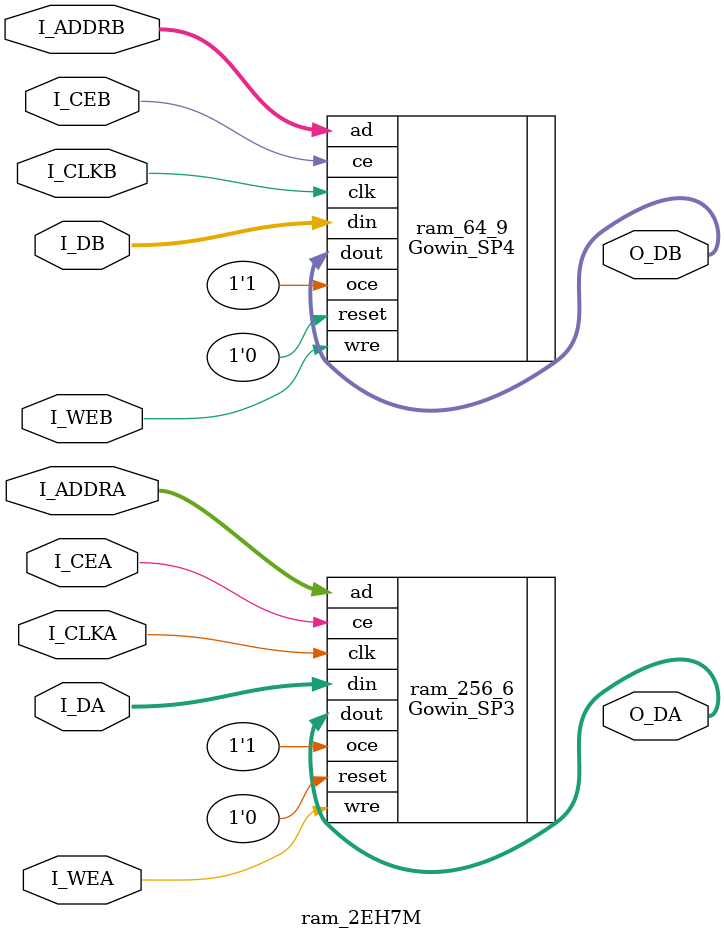
<source format=v>

module  ram_1024_8_8
(
	input  I_CLKA,I_CLKB,
	input  [9:0]I_ADDRA,I_ADDRB,
	input  [7:0]I_DA,I_DB,
	input  I_CEA,I_CEB,
	input  I_WEA,I_WEB,
	output [7:0]O_DA,O_DB
);

wire   [7:0]W_DOA,W_DOB;
assign O_DA = I_CEA ? W_DOA : 8'h00;
assign O_DB = I_CEB ? W_DOB : 8'h00;

//dpram #(10,8) ram_1024_8_8
//(
//	.clock_a(I_CLKA),
//	.address_a(I_ADDRA),
//	.data_a(I_DA),
//	.enable_a(I_CEA),	
//	.wren_a(I_WEA),
//	.q_a(W_DOA),

//	.clock_b(I_CLKB),
//	.address_b(I_ADDRB),
//	.data_b(I_DB),
//	.enable_b(I_CEB),
//	.wren_b(I_WEB),
//	.q_b(W_DOB)
//);

    Gowin_DPB1 ram_1024_8_8(
        .douta(W_DOA), //output [7:0] douta
        .doutb(W_DOB), //output [7:0] doutb
        .clka(I_CLKA), //input clka
        .ocea(1'b1), //input ocea
        .cea(I_CEA), //input cea
        .reseta(1'b0), //input reseta
        .wrea(I_WEA), //input wrea
        .clkb(I_CLKB), //input clkb
        .oceb(1'b1), //input oceb
        .ceb(I_CEB), //input ceb
        .resetb(1'b0), //input resetb
        .wreb(I_WEB), //input wreb
        .ada(I_ADDRA), //input [9:0] ada
        .dina(I_DA), //input [7:0] dina
        .adb(I_ADDRB), //input [9:0] adb
        .dinb(I_DB) //input [7:0] dinb
    );

endmodule

/////////////////////////////////////////////////////////////////////

module  ram_1024_8
(
	input  I_CLK,
	input  [9:0]I_ADDR,
	input  [7:0]I_D,
	input  I_CE,
	input  I_WE,
	output [7:0]O_D
);

wire   [7:0]W_DO;
assign O_D = I_CE ? W_DO : 8'h00;

//dpram #(10,8) ram_1024_8
//(
//	.clock_a(I_CLK),
//	.address_a(I_ADDR),
//	.data_a(I_D),
//	.wren_a(I_WE),
//	.enable_a(I_CE),
//	.q_a(W_DO),

//	.clock_b(I_CLK)
//);

    Gowin_SP2 ram_1024_8(
        .dout(W_DO), //output [7:0] dout
        .clk(I_CLK), //input clk
        .oce(1'b1), //input oce
        .ce(I_CE), //input ce
        .reset(1'b0), //input reset
        .wre(I_WE), //input wre
        .ad(I_ADDR), //input [9:0] ad
        .din(I_D) //input [7:0] din
    );

endmodule

/////////////////////////////////////////////////////////////////////

module  ram_2N
(
	input  I_CLK,
	input  [7:0]I_ADDR,
	input  [3:0]I_D,
	input  I_CE,
	input  I_WE,
	output [3:0]O_D
);

//dpram #(8,4) ram_256_4
//(
//	.clock_a(I_CLK),
//	.address_a(I_ADDR),
//	.data_a(I_D),
//	.wren_a(I_WE),
//	.enable_a(I_CE),
//	.q_a(O_D),

//	.clock_b(I_CLK)
//);

    Gowin_SP5 ram_256_4(
        .dout(O_D), //output [3:0] dout
        .clk(I_CLK), //input clk
        .oce(1'b1), //input oce
        .ce(I_CE), //input ce
        .reset(1'b0), //input reset
        .wre(I_WE), //input wre
        .ad(I_ADDR), //input [7:0] ad
        .din(I_D) //input [3:0] din
    );

endmodule

/////////////////////////////////////////////////////////////////////

module  ram_2EH7M
(
	input  I_CLKA,I_CLKB,
	input  [7:0]I_ADDRA,
	input  [5:0]I_ADDRB,
	input  [5:0]I_DA,
	input  [8:0]I_DB,
	input  I_CEA,I_CEB,
	input  I_WEA,I_WEB,
	output [5:0]O_DA,
	output [8:0]O_DB
);

//dpram #(8,6) ram_256_6
//(
//	.clock_a(I_CLKA),
//	.address_a(I_ADDRA),
//	.data_a(I_DA),
//	.enable_a(I_CEA),	
//	.wren_a(I_WEA),
//	.q_a(O_DA),

//	.clock_b(I_CLKA)
//);

    Gowin_SP3 ram_256_6(
        .dout(O_DA), //output [5:0] dout
        .clk(I_CLKA), //input clk
        .oce(1'b1), //input oce
        .ce(I_CEA), //input ce
        .reset(1'b0), //input reset
        .wre(I_WEA), //input wre
        .ad(I_ADDRA), //input [7:0] ad
        .din(I_DA) //input [5:0] din
    );

//dpram #(6,9) ram_64_9
//(
//	.clock_a(I_CLKB),
//	.address_a(I_ADDRB),
//	.data_a(I_DB),
//	.enable_a(I_CEB),
//	.wren_a(I_WEB),
//	.q_a(O_DB),

//	.clock_b(I_CLKB)
//);

    Gowin_SP4 ram_64_9(
        .dout(O_DB), //output [8:0] dout
        .clk(I_CLKB), //input clk
        .oce(1'b1), //input oce
        .ce(I_CEB), //input ce
        .reset(1'b0), //input reset
        .wre(I_WEB), //input wre
        .ad(I_ADDRB), //input [5:0] ad
        .din(I_DB) //input [8:0] din
    );

endmodule

/////////////////////////////////////////////////////////////////////
/*
module  ram_2EF
(
	input  I_CLKA,I_CLKB,
	input  [7:0]I_ADDRA,I_ADDRB,
	input  [7:0]I_DA,I_DB,
	input  I_CEA,I_CEB,
	input  I_WEA,I_WEB,
	output [7:0]O_DA,O_DB
);

dpram #(9,8) ram_512_8
(
	.clock_a(I_CLKA),
	.address_a({1'b0,I_ADDRA}),
	.data_a(I_DA),
	.enable_a(I_CEA),	
	.wren_a(I_WEA),
	.q_a(O_DA),

	.clock_b(I_CLKB),
	.address_b({1'b1,I_ADDRB}),
	.data_b(I_DB),
	.enable_b(I_CEB),
	.wren_b(I_WEB),
	.q_b(O_DB)
);

endmodule

/////////////////////////////////////////////////////////////////////

module  double_scan
(
	input  I_CLKA,I_CLKB,
	input  [8:0]I_ADDRA,I_ADDRB,
	input  [7:0]I_DA,I_DB,
	input  I_CEA,I_CEB,
	input  I_WEA,I_WEB,
	output [7:0]O_DA,O_DB
);

dpram #(9,8) ram_512_8
(
	.clock_a(I_CLKA),
	.address_a(I_ADDRA),
	.data_a(I_DA),
	.enable_a(I_CEA),	
	.wren_a(I_WEA),
	.q_a(O_DA),

	.clock_b(I_CLKB),
	.address_b(I_ADDRB),
	.data_b(I_DB),
	.enable_b(I_CEB),
	.wren_b(I_WEB),
	.q_b(O_DB)
);

endmodule
*/
/////////////////////////////////////////////////////////////////////
/*
module  ram_64_8
(
	input  I_CLK,
	input  [5:0]I_ADDR,
	input  [7:0]I_D,
	input  I_CE,
	input  I_WE,
	output [7:0]O_D
);

dpram #(6,8) ram_64_8
(
	.clock_a(I_CLK),
	.address_a(I_ADDR),
	.data_a(I_D),
	.wren_a(I_WE),
	.enable_a(I_CE),
	.q_a(O_D),
	
	.clock_b(I_CLK)
);

endmodule

/////////////////////////////////////////////////////////////////////

module  ram_2048_8
(
	input  I_CLK,
	input  [10:0]I_ADDR,
	input  [7:0]I_D,
	input  I_CE,
	input  I_WE,
	output [7:0]O_D
);

dpram #(11,8) ram_2048_8
(
	.clock_a(I_CLK),
	.address_a(I_ADDR),
	.data_a(I_D),
	.wren_a(I_WE),
	.enable_a(I_CE),
	.q_a(O_D),

	.clock_b(I_CLK)
);

endmodule

/////////////////////////////////////////////////////////////////////

module  ram_4096_8
(
	input  I_CLK,
	input  [11:0]I_ADDR,
	input  [7:0]I_D,
	input  I_CE,
	input  I_WE,
	output [7:0]O_D
);


dpram #(12,8) ram_4096_8
(
	.clock_a(I_CLK),
	.address_a(I_ADDR),
	.data_a(I_D),
	.wren_a(I_WE),
	.enable_a(I_CE),
	.q_a(O_D),

	.clock_b(I_CLK)
);

endmodule
*/

</source>
